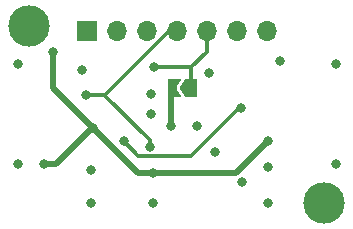
<source format=gbr>
%TF.GenerationSoftware,KiCad,Pcbnew,8.0.5*%
%TF.CreationDate,2024-10-20T21:33:00-07:00*%
%TF.ProjectId,bme688-ezzat-suhaime,626d6536-3838-42d6-957a-7a61742d7375,rev?*%
%TF.SameCoordinates,Original*%
%TF.FileFunction,Copper,L4,Bot*%
%TF.FilePolarity,Positive*%
%FSLAX46Y46*%
G04 Gerber Fmt 4.6, Leading zero omitted, Abs format (unit mm)*
G04 Created by KiCad (PCBNEW 8.0.5) date 2024-10-20 21:33:00*
%MOMM*%
%LPD*%
G01*
G04 APERTURE LIST*
G04 Aperture macros list*
%AMFreePoly0*
4,1,6,1.000000,0.000000,0.500000,-0.750000,-0.500000,-0.750000,-0.500000,0.750000,0.500000,0.750000,1.000000,0.000000,1.000000,0.000000,$1*%
%AMFreePoly1*
4,1,6,0.500000,-0.750000,-0.650000,-0.750000,-0.150000,0.000000,-0.650000,0.750000,0.500000,0.750000,0.500000,-0.750000,0.500000,-0.750000,$1*%
G04 Aperture macros list end*
%TA.AperFunction,ComponentPad*%
%ADD10C,2.600000*%
%TD*%
%TA.AperFunction,ConnectorPad*%
%ADD11C,3.500000*%
%TD*%
%TA.AperFunction,ComponentPad*%
%ADD12R,1.700000X1.700000*%
%TD*%
%TA.AperFunction,ComponentPad*%
%ADD13O,1.700000X1.700000*%
%TD*%
%TA.AperFunction,SMDPad,CuDef*%
%ADD14FreePoly0,180.000000*%
%TD*%
%TA.AperFunction,SMDPad,CuDef*%
%ADD15FreePoly1,180.000000*%
%TD*%
%TA.AperFunction,ViaPad*%
%ADD16C,0.800000*%
%TD*%
%TA.AperFunction,Conductor*%
%ADD17C,0.300000*%
%TD*%
%TA.AperFunction,Conductor*%
%ADD18C,0.500000*%
%TD*%
%TA.AperFunction,Conductor*%
%ADD19C,0.304800*%
%TD*%
G04 APERTURE END LIST*
D10*
%TO.P,H1,1,1*%
%TO.N,unconnected-(H1-Pad1)_2*%
X214500000Y-89500000D03*
D11*
%TO.N,unconnected-(H1-Pad1)_1*%
X214500000Y-89500000D03*
%TD*%
D12*
%TO.P,J1,1,Pin_1*%
%TO.N,VCC*%
X219400000Y-89975000D03*
D13*
%TO.P,J1,2,Pin_2*%
%TO.N,+3.3V*%
X221940000Y-89975000D03*
%TO.P,J1,3,Pin_3*%
%TO.N,GND*%
X224480000Y-89975000D03*
%TO.P,J1,4,Pin_4*%
%TO.N,/SCK{slash}SCL*%
X227020000Y-89975000D03*
%TO.P,J1,5,Pin_5*%
%TO.N,/SDO{slash}ADR*%
X229560000Y-89975000D03*
%TO.P,J1,6,Pin_6*%
%TO.N,/SDI{slash}SDA*%
X232100000Y-89975000D03*
%TO.P,J1,7,Pin_7*%
%TO.N,/CS*%
X234640000Y-89975000D03*
%TD*%
D11*
%TO.P,H2,1,1*%
%TO.N,unconnected-(H2-Pad1)_2*%
X239500000Y-104500000D03*
D10*
%TO.N,unconnected-(H2-Pad1)*%
X239500000Y-104500000D03*
%TD*%
D14*
%TO.P,JP1,1,A*%
%TO.N,/SDO{slash}ADR*%
X228225000Y-94750000D03*
D15*
%TO.P,JP1,2,B*%
%TO.N,GND*%
X226775000Y-94750000D03*
%TD*%
D16*
%TO.N,+3.3V*%
X224795200Y-95250000D03*
%TO.N,/SDO{slash}ADR*%
X225061139Y-93025000D03*
%TO.N,VCC*%
X219875000Y-98125000D03*
%TO.N,/SCK{slash}SCL*%
X224714341Y-99750000D03*
%TO.N,VCC*%
X215750000Y-101250000D03*
%TO.N,GND*%
X213562500Y-92750000D03*
X235750000Y-92500000D03*
X240500000Y-92750000D03*
X232500000Y-102725000D03*
X213562500Y-101250000D03*
X226500000Y-97975000D03*
X240500000Y-101250000D03*
X224795200Y-97000000D03*
X230260100Y-100214900D03*
X225000000Y-104475000D03*
%TO.N,VCC*%
X216500000Y-91750000D03*
X234750000Y-99250000D03*
%TO.N,+3.3V*%
X219750000Y-104475000D03*
X219004800Y-93250000D03*
X234750000Y-101475000D03*
X229700000Y-93475000D03*
X219750000Y-101725000D03*
X234750000Y-104475000D03*
X228700000Y-97975000D03*
%TO.N,/SDI{slash}SDA*%
X222500000Y-99250000D03*
X232469669Y-96505331D03*
%TO.N,/SCK{slash}SCL*%
X219317300Y-95347600D03*
%TO.N,VCC*%
X225000000Y-101975000D03*
%TD*%
D17*
%TO.N,/SDO{slash}ADR*%
X228250000Y-93025000D02*
X228250000Y-93012500D01*
X228250000Y-93012500D02*
X229560000Y-91702500D01*
X229560000Y-91702500D02*
X229560000Y-89975000D01*
X225061139Y-93025000D02*
X228250000Y-93025000D01*
X228225000Y-94750000D02*
X228225000Y-93050000D01*
X228225000Y-93050000D02*
X228250000Y-93025000D01*
%TO.N,/SCK{slash}SCL*%
X220847600Y-95347600D02*
X220500000Y-95347600D01*
X224714341Y-99750000D02*
X224714341Y-99214341D01*
X224714341Y-99214341D02*
X220847600Y-95347600D01*
D18*
%TO.N,GND*%
X226770097Y-94750000D02*
X226500000Y-95020097D01*
X226500000Y-95020097D02*
X226500000Y-97975000D01*
D17*
%TO.N,/SDI{slash}SDA*%
X222500000Y-99250000D02*
X223750000Y-100500000D01*
X223750000Y-100500000D02*
X228250000Y-100500000D01*
X232244669Y-96505331D02*
X232469669Y-96505331D01*
X228250000Y-100500000D02*
X232244669Y-96505331D01*
D19*
%TO.N,/SCK{slash}SCL*%
X220500000Y-95347600D02*
X220902400Y-95347600D01*
X220902400Y-95347600D02*
X226750000Y-89500000D01*
X220500000Y-95347600D02*
X219317300Y-95347600D01*
D18*
%TO.N,VCC*%
X215750000Y-101250000D02*
X216750000Y-101250000D01*
X216750000Y-101250000D02*
X219782935Y-98217065D01*
X219782935Y-98217065D02*
X219782935Y-98029172D01*
X219782935Y-98029172D02*
X219779172Y-98029172D01*
X219779172Y-98029172D02*
X216500000Y-94750000D01*
X219782935Y-98032935D02*
X219875000Y-98125000D01*
X216500000Y-94750000D02*
X216500000Y-91750000D01*
X219782935Y-98029172D02*
X219782935Y-98032935D01*
X219875000Y-98125000D02*
X223750000Y-102000000D01*
X223750000Y-102000000D02*
X232000000Y-102000000D01*
X232000000Y-102000000D02*
X234750000Y-99250000D01*
%TD*%
M02*

</source>
